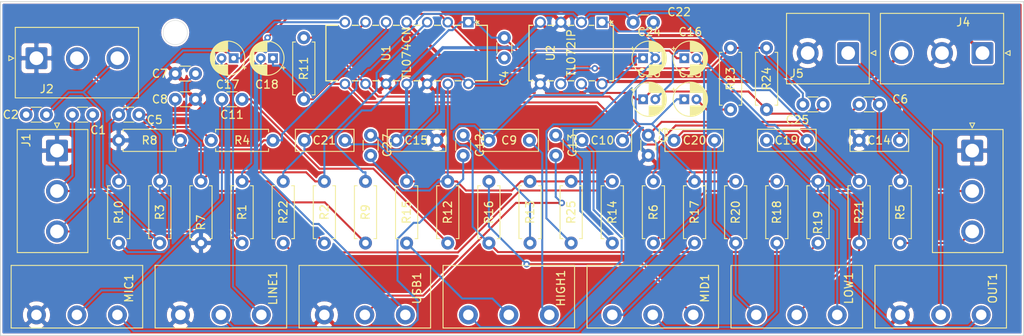
<source format=kicad_pcb>
(kicad_pcb (version 20171130) (host pcbnew "(5.1.2)-2")
  (layers (0 F.Cu signal) (31 B.Cu signal) (34 B.Paste user hide) (35 F.Paste user hide) (36 B.SilkS user hide) (37 F.SilkS user hide) (38 B.Mask user) (39 F.Mask user hide) (44 Edge.Cuts user))
  (net 0 "")
  (net 1 "Net-(C1-Pad2)")
  (net 2 "Net-(C1-Pad1)")
  (net 3 "Net-(C2-Pad2)")
  (net 4 "Net-(C2-Pad1)")
  (net 5 /1IN-)
  (net 6 /1OUT)
  (net 7 /2IN-)
  (net 8 /2OUT)
  (net 9 /3IN-)
  (net 10 /3OUT)
  (net 11 GNDREF)
  (net 12 /1IN+)
  (net 13 /2IN+)
  (net 14 "Net-(C9-Pad2)")
  (net 15 /CIRC2)
  (net 16 /1_out)
  (net 17 "Net-(C10-Pad1)")
  (net 18 "Net-(C11-Pad2)")
  (net 19 "Net-(C11-Pad1)")
  (net 20 "Net-(C12-Pad2)")
  (net 21 "Net-(C12-Pad1)")
  (net 22 "Net-(C13-Pad2)")
  (net 23 "Net-(C13-Pad1)")
  (net 24 +15V)
  (net 25 -15V)
  (net 26 "Net-(C16-Pad2)")
  (net 27 "Net-(C17-Pad2)")
  (net 28 "Net-(C18-Pad2)")
  (net 29 "Net-(C19-Pad2)")
  (net 30 "Net-(C19-Pad1)")
  (net 31 "Net-(C20-Pad2)")
  (net 32 "Net-(C21-Pad2)")
  (net 33 /node_A)
  (net 34 "Net-(C23-Pad2)")
  (net 35 "Net-(C24-Pad2)")
  (net 36 /2_out)
  (net 37 /2_in-)
  (net 38 "Net-(C26-Pad2)")
  (net 39 /4IN-)
  (net 40 "Net-(J3-Pad3)")
  (net 41 "Net-(J3-Pad2)")
  (net 42 "Net-(J5-Pad1)")
  (net 43 "Net-(HIGH1-Pad2)")
  (net 44 "Net-(MID1-Pad1)")
  (net 45 "Net-(MID1-Pad2)")
  (net 46 "Net-(MID1-Pad3)")
  (module Capacitor_THT:CP_Radial_D4.0mm_P1.50mm (layer F.Cu) (at 119.38 121.92)
    (fp_text reference C26 (at 0.75 -3.25) (layer F.SilkS))
    (fp_text value 47uF)
    (pad 2 thru_hole circle (at 1.5 0) (size 1.2 1.2) (drill 0.6) (layers *.Cu *.Mask) (net 38 "Net-(C26-Pad2)"))
    (pad 1 thru_hole rect (at 0 0) (size 1.2 1.2) (drill 0.6) (layers *.Cu *.Mask) (net 36 /2_out))
  )
  (module Capacitor_THT:CP_Radial_D4.0mm_P1.50mm (layer F.Cu) (at 119.38 116.84)
    (fp_text reference C24 (at 0.75 -3.25) (layer F.SilkS))
    (fp_text value 47uF)
    (pad 2 thru_hole circle (at 1.5 0) (size 1.2 1.2) (drill 0.6) (layers *.Cu *.Mask) (net 35 "Net-(C24-Pad2)"))
    (pad 1 thru_hole rect (at 0 0) (size 1.2 1.2) (drill 0.6) (layers *.Cu *.Mask) (net 15 /CIRC2))
  )
  (module Capacitor_THT:CP_Radial_D4.0mm_P1.50mm (layer F.Cu) (at 124.46 121.92)
    (fp_text reference C23 (at 0.75 -3.25) (layer F.SilkS))
    (fp_text value 47uF)
    (pad 2 thru_hole circle (at 1.5 0) (size 1.2 1.2) (drill 0.6) (layers *.Cu *.Mask) (net 34 "Net-(C23-Pad2)"))
    (pad 1 thru_hole rect (at 0 0) (size 1.2 1.2) (drill 0.6) (layers *.Cu *.Mask) (net 16 /1_out))
  )
  (module Capacitor_THT:CP_Radial_D4.0mm_P1.50mm (layer F.Cu) (at 73.66 116.84 180)
    (fp_text reference C18 (at 0.75 -3.25) (layer F.SilkS))
    (fp_text value 47uF)
    (pad 2 thru_hole circle (at 1.5 0 180) (size 1.2 1.2) (drill 0.6) (layers *.Cu *.Mask) (net 28 "Net-(C18-Pad2)"))
    (pad 1 thru_hole rect (at 0 0 180) (size 1.2 1.2) (drill 0.6) (layers *.Cu *.Mask) (net 10 /3OUT))
  )
  (module Capacitor_THT:CP_Radial_D4.0mm_P1.50mm (layer F.Cu) (at 68.81 116.84 180)
    (fp_text reference C17 (at 0.75 -3.25) (layer F.SilkS))
    (fp_text value 47uF)
    (pad 2 thru_hole circle (at 1.5 0 180) (size 1.2 1.2) (drill 0.6) (layers *.Cu *.Mask) (net 27 "Net-(C17-Pad2)"))
    (pad 1 thru_hole rect (at 0 0 180) (size 1.2 1.2) (drill 0.6) (layers *.Cu *.Mask) (net 8 /2OUT))
  )
  (module Capacitor_THT:CP_Radial_D4.0mm_P1.50mm (layer F.Cu) (at 124.46 116.84)
    (fp_text reference C16 (at 0.75 -3.25) (layer F.SilkS))
    (fp_text value 47uF)
    (pad 2 thru_hole circle (at 1.5 0) (size 1.2 1.2) (drill 0.6) (layers *.Cu *.Mask) (net 26 "Net-(C16-Pad2)"))
    (pad 1 thru_hole rect (at 0 0) (size 1.2 1.2) (drill 0.6) (layers *.Cu *.Mask) (net 6 /1OUT))
  )
  (module TL072:Pot (layer F.Cu) (at 151.13 148.59 270)
    (fp_text reference OUT1 (at -3.302 -11.43 90) (layer F.SilkS))
    (fp_text value 10K)
    (pad 1 thru_hole circle (at 0 0 270) (size 2.34 2.34) (drill 1.3) (layers *.Cu *.Mask) (net 11 GNDREF))
    (pad 2 thru_hole circle (at 0 -5 270) (size 2.34 2.34) (drill 1.3) (layers *.Cu *.Mask) (net 42 "Net-(J5-Pad1)"))
    (pad 3 thru_hole circle (at 0 -10 270) (size 2.34 2.34) (drill 1.3) (layers *.Cu *.Mask) (net 38 "Net-(C26-Pad2)"))
  )
  (module TL072:Pot (layer F.Cu) (at 133.35 148.59 270)
    (fp_text reference LOW1 (at -3.302 -11.43 90) (layer F.SilkS))
    (fp_text value 50K)
    (pad 1 thru_hole circle (at 0 0 270) (size 2.34 2.34) (drill 1.3) (layers *.Cu *.Mask) (net 31 "Net-(C20-Pad2)"))
    (pad 2 thru_hole circle (at 0 -5 270) (size 2.34 2.34) (drill 1.3) (layers *.Cu *.Mask) (net 30 "Net-(C19-Pad1)"))
    (pad 3 thru_hole circle (at 0 -10 270) (size 2.34 2.34) (drill 1.3) (layers *.Cu *.Mask) (net 29 "Net-(C19-Pad2)"))
  )
  (module TL072:Pot (layer F.Cu) (at 115.57 148.59 270)
    (fp_text reference MID1 (at -3.302 -11.43 90) (layer F.SilkS))
    (fp_text value 50K)
    (pad 1 thru_hole circle (at 0 0 270) (size 2.34 2.34) (drill 1.3) (layers *.Cu *.Mask) (net 44 "Net-(MID1-Pad1)"))
    (pad 2 thru_hole circle (at 0 -5 270) (size 2.34 2.34) (drill 1.3) (layers *.Cu *.Mask) (net 45 "Net-(MID1-Pad2)"))
    (pad 3 thru_hole circle (at 0 -10 270) (size 2.34 2.34) (drill 1.3) (layers *.Cu *.Mask) (net 46 "Net-(MID1-Pad3)"))
  )
  (module TL072:Pot (layer F.Cu) (at 80.01 148.59 270)
    (fp_text reference USB1 (at -3.302 -11.43 90) (layer F.SilkS))
    (fp_text value 10K)
    (pad 1 thru_hole circle (at 0 0 270) (size 2.34 2.34) (drill 1.3) (layers *.Cu *.Mask) (net 11 GNDREF))
    (pad 2 thru_hole circle (at 0 -5 270) (size 2.34 2.34) (drill 1.3) (layers *.Cu *.Mask) (net 22 "Net-(C13-Pad2)"))
    (pad 3 thru_hole circle (at 0 -10 270) (size 2.34 2.34) (drill 1.3) (layers *.Cu *.Mask) (net 28 "Net-(C18-Pad2)"))
  )
  (module TL072:Pot (layer F.Cu) (at 62.23 148.59 270)
    (fp_text reference LINE1 (at -3.302 -11.43 90) (layer F.SilkS))
    (fp_text value 10K)
    (pad 1 thru_hole circle (at 0 0 270) (size 2.34 2.34) (drill 1.3) (layers *.Cu *.Mask) (net 11 GNDREF))
    (pad 2 thru_hole circle (at 0 -5 270) (size 2.34 2.34) (drill 1.3) (layers *.Cu *.Mask) (net 20 "Net-(C12-Pad2)"))
    (pad 3 thru_hole circle (at 0 -10 270) (size 2.34 2.34) (drill 1.3) (layers *.Cu *.Mask) (net 27 "Net-(C17-Pad2)"))
  )
  (module TL072:Pot (layer F.Cu) (at 44.45 148.59 270)
    (fp_text reference MIC1 (at -3.302 -11.43 90) (layer F.SilkS))
    (fp_text value 10K)
    (pad 1 thru_hole circle (at 0 0 270) (size 2.34 2.34) (drill 1.3) (layers *.Cu *.Mask) (net 11 GNDREF))
    (pad 2 thru_hole circle (at 0 -5 270) (size 2.34 2.34) (drill 1.3) (layers *.Cu *.Mask) (net 18 "Net-(C11-Pad2)"))
    (pad 3 thru_hole circle (at 0 -10 270) (size 2.34 2.34) (drill 1.3) (layers *.Cu *.Mask) (net 26 "Net-(C16-Pad2)"))
  )
  (module TL072:Pot (layer F.Cu) (at 97.79 148.59 270)
    (fp_text reference HIGH1 (at -3.302 -11.43 90) (layer F.SilkS))
    (fp_text value 50K)
    (pad 1 thru_hole circle (at 0 0 270) (size 2.34 2.34) (drill 1.3) (layers *.Cu *.Mask) (net 17 "Net-(C10-Pad1)"))
    (pad 2 thru_hole circle (at 0 -5 270) (size 2.34 2.34) (drill 1.3) (layers *.Cu *.Mask) (net 43 "Net-(HIGH1-Pad2)"))
    (pad 3 thru_hole circle (at 0 -10 270) (size 2.34 2.34) (drill 1.3) (layers *.Cu *.Mask) (net 14 "Net-(C9-Pad2)"))
  )
  (module TL072:TL072IP (layer F.Cu) (at 106.68 120.015 270)
    (fp_text reference U2 (at -3.81 -1.27 90) (layer F.SilkS))
    (fp_text value TL072IP (at -3.81 -3.81 90) (layer F.SilkS))
    (fp_text user * (at -7.62 -9.0678 90) (layer F.SilkS))
    (pad 8 thru_hole circle (at 0 -7.62 270) (size 1.3716 1.3716) (drill 0.8636) (layers *.Cu *.Mask) (net 24 +15V))
    (pad 7 thru_hole circle (at 0 -5.08 270) (size 1.3716 1.3716) (drill 0.8636) (layers *.Cu *.Mask) (net 36 /2_out))
    (pad 6 thru_hole circle (at 0 -2.54 270) (size 1.3716 1.3716) (drill 0.8636) (layers *.Cu *.Mask) (net 37 /2_in-))
    (pad 5 thru_hole circle (at 0 0 270) (size 1.3716 1.3716) (drill 0.8636) (layers *.Cu *.Mask) (net 11 GNDREF))
    (pad 4 thru_hole circle (at -7.62 0 270) (size 1.3716 1.3716) (drill 0.8636) (layers *.Cu *.Mask) (net 25 -15V))
    (pad 3 thru_hole circle (at -7.62 -2.54 270) (size 1.3716 1.3716) (drill 0.8636) (layers *.Cu *.Mask) (net 11 GNDREF))
    (pad 2 thru_hole circle (at -7.62 -5.08 270) (size 1.3716 1.3716) (drill 0.8636) (layers *.Cu *.Mask) (net 32 "Net-(C21-Pad2)"))
    (pad 1 thru_hole rect (at -7.62 -7.62 270) (size 1.3716 1.3716) (drill 0.8636) (layers *.Cu *.Mask) (net 16 /1_out))
  )
  (module TL074:TL074CN (layer F.Cu) (at 82.55 120.015 270)
    (fp_text reference U1 (at -3.81 -5.08 90) (layer F.SilkS))
    (fp_text value TL074CN (at -3.81 -7.62 90) (layer F.SilkS))
    (fp_text user * (at -7.62 -16.6497 90) (layer F.SilkS))
    (pad 14 thru_hole circle (at 0 -15.24 270) (size 1.2954 1.2954) (drill 0.7874) (layers *.Cu *.Mask) (net 35 "Net-(C24-Pad2)"))
    (pad 13 thru_hole circle (at 0 -12.7 270) (size 1.2954 1.2954) (drill 0.7874) (layers *.Cu *.Mask) (net 39 /4IN-))
    (pad 12 thru_hole circle (at 0 -10.16 270) (size 1.2954 1.2954) (drill 0.7874) (layers *.Cu *.Mask) (net 11 GNDREF))
    (pad 11 thru_hole circle (at 0 -7.62 270) (size 1.2954 1.2954) (drill 0.7874) (layers *.Cu *.Mask) (net 25 -15V))
    (pad 10 thru_hole circle (at 0 -5.08 270) (size 1.2954 1.2954) (drill 0.7874) (layers *.Cu *.Mask) (net 11 GNDREF))
    (pad 9 thru_hole circle (at 0 -2.54 270) (size 1.2954 1.2954) (drill 0.7874) (layers *.Cu *.Mask) (net 9 /3IN-))
    (pad 8 thru_hole circle (at 0 0 270) (size 1.2954 1.2954) (drill 0.7874) (layers *.Cu *.Mask) (net 10 /3OUT))
    (pad 7 thru_hole circle (at -7.62 0 270) (size 1.2954 1.2954) (drill 0.7874) (layers *.Cu *.Mask) (net 8 /2OUT))
    (pad 6 thru_hole circle (at -7.62 -2.54 270) (size 1.2954 1.2954) (drill 0.7874) (layers *.Cu *.Mask) (net 7 /2IN-))
    (pad 5 thru_hole circle (at -7.62 -5.08 270) (size 1.2954 1.2954) (drill 0.7874) (layers *.Cu *.Mask) (net 13 /2IN+))
    (pad 4 thru_hole circle (at -7.62 -7.62 270) (size 1.2954 1.2954) (drill 0.7874) (layers *.Cu *.Mask) (net 24 +15V))
    (pad 3 thru_hole circle (at -7.62 -10.16 270) (size 1.2954 1.2954) (drill 0.7874) (layers *.Cu *.Mask) (net 12 /1IN+))
    (pad 2 thru_hole circle (at -7.62 -12.7 270) (size 1.2954 1.2954) (drill 0.7874) (layers *.Cu *.Mask) (net 5 /1IN-))
    (pad 1 thru_hole rect (at -7.62 -15.24 270) (size 1.2954 1.2954) (drill 0.7874) (layers *.Cu *.Mask) (net 6 /1OUT))
  )
  (module Resistor_THT:R_Axial_DIN0207_L6.3mm_D2.5mm_P7.62mm_Horizontal (layer F.Cu) (at 110.49 139.7 90)
    (fp_text reference R25 (at 3.81 0 90) (layer F.SilkS))
    (fp_text value 47K)
    (pad 2 thru_hole oval (at 7.62 0 90) (size 1.6 1.6) (drill 0.8) (layers *.Cu *.Mask) (net 39 /4IN-))
    (pad 1 thru_hole circle (at 0 0 90) (size 1.6 1.6) (drill 0.8) (layers *.Cu *.Mask) (net 35 "Net-(C24-Pad2)"))
  )
  (module Resistor_THT:R_Axial_DIN0207_L6.3mm_D2.5mm_P7.62mm_Horizontal (layer F.Cu) (at 134.62 123.19 90)
    (fp_text reference R24 (at 3.81 0 90) (layer F.SilkS))
    (fp_text value 27K)
    (pad 2 thru_hole oval (at 7.62 0 90) (size 1.6 1.6) (drill 0.8) (layers *.Cu *.Mask) (net 37 /2_in-))
    (pad 1 thru_hole circle (at 0 0 90) (size 1.6 1.6) (drill 0.8) (layers *.Cu *.Mask) (net 36 /2_out))
  )
  (module Resistor_THT:R_Axial_DIN0207_L6.3mm_D2.5mm_P7.62mm_Horizontal (layer F.Cu) (at 130.175 115.57 270)
    (fp_text reference R23 (at 3.81 0 90) (layer F.SilkS))
    (fp_text value 10K)
    (pad 2 thru_hole oval (at 7.62 0 270) (size 1.6 1.6) (drill 0.8) (layers *.Cu *.Mask) (net 34 "Net-(C23-Pad2)"))
    (pad 1 thru_hole circle (at 0 0 270) (size 1.6 1.6) (drill 0.8) (layers *.Cu *.Mask) (net 37 /2_in-))
  )
  (module Resistor_THT:R_Axial_DIN0207_L6.3mm_D2.5mm_P7.62mm_Horizontal (layer F.Cu) (at 74.93 139.7 90)
    (fp_text reference R22 (at 3.81 0 90) (layer F.SilkS))
    (fp_text value 1Meg)
    (pad 2 thru_hole oval (at 7.62 0 90) (size 1.6 1.6) (drill 0.8) (layers *.Cu *.Mask) (net 32 "Net-(C21-Pad2)"))
    (pad 1 thru_hole circle (at 0 0 90) (size 1.6 1.6) (drill 0.8) (layers *.Cu *.Mask) (net 16 /1_out))
  )
  (module Resistor_THT:R_Axial_DIN0207_L6.3mm_D2.5mm_P7.62mm_Horizontal (layer F.Cu) (at 146.05 132.08 270)
    (fp_text reference R21 (at 3.81 0 90) (layer F.SilkS))
    (fp_text value 10K)
    (pad 2 thru_hole oval (at 7.62 0 270) (size 1.6 1.6) (drill 0.8) (layers *.Cu *.Mask) (net 30 "Net-(C19-Pad1)"))
    (pad 1 thru_hole circle (at 0 0 270) (size 1.6 1.6) (drill 0.8) (layers *.Cu *.Mask) (net 32 "Net-(C21-Pad2)"))
  )
  (module Resistor_THT:R_Axial_DIN0207_L6.3mm_D2.5mm_P7.62mm_Horizontal (layer F.Cu) (at 130.81 139.7 90)
    (fp_text reference R20 (at 3.81 0 90) (layer F.SilkS))
    (fp_text value 6K8)
    (pad 2 thru_hole oval (at 7.62 0 90) (size 1.6 1.6) (drill 0.8) (layers *.Cu *.Mask) (net 16 /1_out))
    (pad 1 thru_hole circle (at 0 0 90) (size 1.6 1.6) (drill 0.8) (layers *.Cu *.Mask) (net 31 "Net-(C20-Pad2)"))
  )
  (module Resistor_THT:R_Axial_DIN0207_L6.3mm_D2.5mm_P7.62mm_Horizontal (layer F.Cu) (at 140.97 139.7 90)
    (fp_text reference R19 (at 2.54 0 90) (layer F.SilkS))
    (fp_text value 6K8)
    (pad 2 thru_hole oval (at 7.62 0 90) (size 1.6 1.6) (drill 0.8) (layers *.Cu *.Mask) (net 29 "Net-(C19-Pad2)"))
    (pad 1 thru_hole circle (at 0 0 90) (size 1.6 1.6) (drill 0.8) (layers *.Cu *.Mask) (net 15 /CIRC2))
  )
  (module Resistor_THT:R_Axial_DIN0207_L6.3mm_D2.5mm_P7.62mm_Horizontal (layer F.Cu) (at 135.89 139.7 90)
    (fp_text reference R18 (at 3.81 0 90) (layer F.SilkS))
    (fp_text value 1K3)
    (pad 2 thru_hole oval (at 7.62 0 90) (size 1.6 1.6) (drill 0.8) (layers *.Cu *.Mask) (net 33 /node_A))
    (pad 1 thru_hole circle (at 0 0 90) (size 1.6 1.6) (drill 0.8) (layers *.Cu *.Mask) (net 45 "Net-(MID1-Pad2)"))
  )
  (module Resistor_THT:R_Axial_DIN0207_L6.3mm_D2.5mm_P7.62mm_Horizontal (layer F.Cu) (at 125.73 139.7 90)
    (fp_text reference R17 (at 3.81 0 90) (layer F.SilkS))
    (fp_text value 910)
    (pad 2 thru_hole oval (at 7.62 0 90) (size 1.6 1.6) (drill 0.8) (layers *.Cu *.Mask) (net 16 /1_out))
    (pad 1 thru_hole circle (at 0 0 90) (size 1.6 1.6) (drill 0.8) (layers *.Cu *.Mask) (net 44 "Net-(MID1-Pad1)"))
  )
  (module Resistor_THT:R_Axial_DIN0207_L6.3mm_D2.5mm_P7.62mm_Horizontal (layer F.Cu) (at 100.33 139.7 90)
    (fp_text reference R16 (at 3.81 0 90) (layer F.SilkS))
    (fp_text value 910)
    (pad 2 thru_hole oval (at 7.62 0 90) (size 1.6 1.6) (drill 0.8) (layers *.Cu *.Mask) (net 46 "Net-(MID1-Pad3)"))
    (pad 1 thru_hole circle (at 0 0 90) (size 1.6 1.6) (drill 0.8) (layers *.Cu *.Mask) (net 15 /CIRC2))
  )
  (module Resistor_THT:R_Axial_DIN0207_L6.3mm_D2.5mm_P7.62mm_Horizontal (layer F.Cu) (at 90.17 139.7 90)
    (fp_text reference R15 (at 3.81 0 90) (layer F.SilkS))
    (fp_text value 1K1)
    (pad 2 thru_hole oval (at 7.62 0 90) (size 1.6 1.6) (drill 0.8) (layers *.Cu *.Mask) (net 33 /node_A))
    (pad 1 thru_hole circle (at 0 0 90) (size 1.6 1.6) (drill 0.8) (layers *.Cu *.Mask) (net 43 "Net-(HIGH1-Pad2)"))
  )
  (module Resistor_THT:R_Axial_DIN0207_L6.3mm_D2.5mm_P7.62mm_Horizontal (layer F.Cu) (at 115.57 139.7 90)
    (fp_text reference R14 (at 3.81 0 90) (layer F.SilkS))
    (fp_text value 47K)
    (pad 2 thru_hole oval (at 7.62 0 90) (size 1.6 1.6) (drill 0.8) (layers *.Cu *.Mask) (net 39 /4IN-))
    (pad 1 thru_hole circle (at 0 0 90) (size 1.6 1.6) (drill 0.8) (layers *.Cu *.Mask) (net 23 "Net-(C13-Pad1)"))
  )
  (module Resistor_THT:R_Axial_DIN0207_L6.3mm_D2.5mm_P7.62mm_Horizontal (layer F.Cu) (at 105.41 139.7 90)
    (fp_text reference R13 (at 3.81 0 90) (layer F.SilkS))
    (fp_text value 47K)
    (pad 2 thru_hole oval (at 7.62 0 90) (size 1.6 1.6) (drill 0.8) (layers *.Cu *.Mask) (net 39 /4IN-))
    (pad 1 thru_hole circle (at 0 0 90) (size 1.6 1.6) (drill 0.8) (layers *.Cu *.Mask) (net 21 "Net-(C12-Pad1)"))
  )
  (module Resistor_THT:R_Axial_DIN0207_L6.3mm_D2.5mm_P7.62mm_Horizontal (layer F.Cu) (at 77.47 114.3 270)
    (fp_text reference R11 (at 3.81 0 90) (layer F.SilkS))
    (fp_text value 10K)
    (pad 2 thru_hole oval (at 7.62 0 270) (size 1.6 1.6) (drill 0.8) (layers *.Cu *.Mask) (net 10 /3OUT))
    (pad 1 thru_hole circle (at 0 0 270) (size 1.6 1.6) (drill 0.8) (layers *.Cu *.Mask) (net 9 /3IN-))
  )
  (module Resistor_THT:R_Axial_DIN0207_L6.3mm_D2.5mm_P7.62mm_Horizontal (layer F.Cu) (at 54.61 139.7 90)
    (fp_text reference R10 (at 3.81 0 90) (layer F.SilkS))
    (fp_text value 10K)
    (pad 2 thru_hole oval (at 7.62 0 90) (size 1.6 1.6) (drill 0.8) (layers *.Cu *.Mask) (net 8 /2OUT))
    (pad 1 thru_hole circle (at 0 0 90) (size 1.6 1.6) (drill 0.8) (layers *.Cu *.Mask) (net 7 /2IN-))
  )
  (module Resistor_THT:R_Axial_DIN0207_L6.3mm_D2.5mm_P7.62mm_Horizontal (layer F.Cu) (at 85.09 139.7 90)
    (fp_text reference R9 (at 3.81 0 90) (layer F.SilkS))
    (fp_text value 100K)
    (pad 2 thru_hole oval (at 7.62 0 90) (size 1.6 1.6) (drill 0.8) (layers *.Cu *.Mask) (net 6 /1OUT))
    (pad 1 thru_hole circle (at 0 0 90) (size 1.6 1.6) (drill 0.8) (layers *.Cu *.Mask) (net 5 /1IN-))
  )
  (module Resistor_THT:R_Axial_DIN0207_L6.3mm_D2.5mm_P7.62mm_Horizontal (layer F.Cu) (at 62.23 127 180)
    (fp_text reference R8 (at 3.81 0) (layer F.SilkS))
    (fp_text value 10K)
    (pad 2 thru_hole oval (at 7.62 0 180) (size 1.6 1.6) (drill 0.8) (layers *.Cu *.Mask) (net 11 GNDREF))
    (pad 1 thru_hole circle (at 0 0 180) (size 1.6 1.6) (drill 0.8) (layers *.Cu *.Mask) (net 13 /2IN+))
  )
  (module Resistor_THT:R_Axial_DIN0207_L6.3mm_D2.5mm_P7.62mm_Horizontal (layer F.Cu) (at 64.77 132.08 270)
    (fp_text reference R7 (at 5.08 0 90) (layer F.SilkS))
    (fp_text value 100K)
    (pad 2 thru_hole oval (at 7.62 0 270) (size 1.6 1.6) (drill 0.8) (layers *.Cu *.Mask) (net 11 GNDREF))
    (pad 1 thru_hole circle (at 0 0 270) (size 1.6 1.6) (drill 0.8) (layers *.Cu *.Mask) (net 12 /1IN+))
  )
  (module Resistor_THT:R_Axial_DIN0207_L6.3mm_D2.5mm_P7.62mm_Horizontal (layer F.Cu) (at 120.65 139.7 90)
    (fp_text reference R6 (at 3.81 0 90) (layer F.SilkS))
    (fp_text value 10K)
    (pad 2 thru_hole oval (at 7.62 0 90) (size 1.6 1.6) (drill 0.8) (layers *.Cu *.Mask) (net 9 /3IN-))
    (pad 1 thru_hole circle (at 0 0 90) (size 1.6 1.6) (drill 0.8) (layers *.Cu *.Mask) (net 41 "Net-(J3-Pad2)"))
  )
  (module Resistor_THT:R_Axial_DIN0207_L6.3mm_D2.5mm_P7.62mm_Horizontal (layer F.Cu) (at 151.13 139.7 90)
    (fp_text reference R5 (at 3.81 0 90) (layer F.SilkS))
    (fp_text value 10K)
    (pad 2 thru_hole oval (at 7.62 0 90) (size 1.6 1.6) (drill 0.8) (layers *.Cu *.Mask) (net 9 /3IN-))
    (pad 1 thru_hole circle (at 0 0 90) (size 1.6 1.6) (drill 0.8) (layers *.Cu *.Mask) (net 40 "Net-(J3-Pad3)"))
  )
  (module Resistor_THT:R_Axial_DIN0207_L6.3mm_D2.5mm_P7.62mm_Horizontal (layer F.Cu) (at 66.04 127)
    (fp_text reference R4 (at 3.81 0) (layer F.SilkS))
    (fp_text value 10K)
    (pad 2 thru_hole oval (at 7.62 0) (size 1.6 1.6) (drill 0.8) (layers *.Cu *.Mask) (net 13 /2IN+))
    (pad 1 thru_hole circle (at 0 0) (size 1.6 1.6) (drill 0.8) (layers *.Cu *.Mask) (net 3 "Net-(C2-Pad2)"))
  )
  (module Resistor_THT:R_Axial_DIN0207_L6.3mm_D2.5mm_P7.62mm_Horizontal (layer F.Cu) (at 59.69 139.7 90)
    (fp_text reference R3 (at 3.81 0 90) (layer F.SilkS))
    (fp_text value 10K)
    (pad 2 thru_hole oval (at 7.62 0 90) (size 1.6 1.6) (drill 0.8) (layers *.Cu *.Mask) (net 7 /2IN-))
    (pad 1 thru_hole circle (at 0 0 90) (size 1.6 1.6) (drill 0.8) (layers *.Cu *.Mask) (net 4 "Net-(C2-Pad1)"))
  )
  (module Resistor_THT:R_Axial_DIN0207_L6.3mm_D2.5mm_P7.62mm_Horizontal (layer F.Cu) (at 80.01 139.7 90)
    (fp_text reference R2 (at 3.81 0 90) (layer F.SilkS))
    (fp_text value 3K3)
    (pad 2 thru_hole oval (at 7.62 0 90) (size 1.6 1.6) (drill 0.8) (layers *.Cu *.Mask) (net 12 /1IN+))
    (pad 1 thru_hole circle (at 0 0 90) (size 1.6 1.6) (drill 0.8) (layers *.Cu *.Mask) (net 1 "Net-(C1-Pad2)"))
  )
  (module Resistor_THT:R_Axial_DIN0207_L6.3mm_D2.5mm_P7.62mm_Horizontal (layer F.Cu) (at 69.85 139.7 90)
    (fp_text reference R1 (at 3.81 0 90) (layer F.SilkS))
    (fp_text value 3K3)
    (pad 2 thru_hole oval (at 7.62 0 90) (size 1.6 1.6) (drill 0.8) (layers *.Cu *.Mask) (net 5 /1IN-))
    (pad 1 thru_hole circle (at 0 0 90) (size 1.6 1.6) (drill 0.8) (layers *.Cu *.Mask) (net 2 "Net-(C1-Pad1)"))
  )
  (module Connector_JST:JST_NV_B02P-NV_1x02_P5.00mm_Vertical (layer F.Cu) (at 144.7 116.205 180)
    (fp_text reference J5 (at 6.35 -2.54) (layer F.SilkS))
    (fp_text value OUT)
    (pad 2 thru_hole circle (at 5 0 180) (size 2.7 2.7) (drill 1.7) (layers *.Cu *.Mask) (net 11 GNDREF))
    (pad 1 thru_hole roundrect (at 0 0 180) (size 2.7 2.7) (drill 1.7) (layers *.Cu *.Mask) (roundrect_rratio 0.09259299999999999) (net 42 "Net-(J5-Pad1)"))
  )
  (module Connector_JST:JST_NV_B03P-NV_1x03_P5.00mm_Vertical (layer F.Cu) (at 161.29 116.205 180)
    (fp_text reference J4 (at 2.38 3.81) (layer F.SilkS))
    (fp_text value Alimentação)
    (pad 3 thru_hole circle (at 10 0 180) (size 2.7 2.7) (drill 1.7) (layers *.Cu *.Mask) (net 24 +15V))
    (pad 2 thru_hole circle (at 5 0 180) (size 2.7 2.7) (drill 1.7) (layers *.Cu *.Mask) (net 11 GNDREF))
    (pad 1 thru_hole roundrect (at 0 0 180) (size 2.7 2.7) (drill 1.7) (layers *.Cu *.Mask) (roundrect_rratio 0.09259299999999999) (net 25 -15V))
  )
  (module Connector_JST:JST_NV_B03P-NV_1x03_P5.00mm_Vertical (layer F.Cu) (at 160.02 128.27 270)
    (fp_text reference J3 hide)
    (fp_text value USB)
    (pad 3 thru_hole circle (at 10 0 270) (size 2.7 2.7) (drill 1.7) (layers *.Cu *.Mask) (net 40 "Net-(J3-Pad3)"))
    (pad 2 thru_hole circle (at 5 0 270) (size 2.7 2.7) (drill 1.7) (layers *.Cu *.Mask) (net 41 "Net-(J3-Pad2)"))
    (pad 1 thru_hole roundrect (at 0 0 270) (size 2.7 2.7) (drill 1.7) (layers *.Cu *.Mask) (roundrect_rratio 0.09259299999999999) (net 11 GNDREF))
  )
  (module Connector_JST:JST_NV_B03P-NV_1x03_P5.00mm_Vertical (layer F.Cu) (at 44.45 116.84)
    (fp_text reference J2 (at 1.27 3.81) (layer F.SilkS))
    (fp_text value LINE)
    (pad 3 thru_hole circle (at 10 0) (size 2.7 2.7) (drill 1.7) (layers *.Cu *.Mask) (net 4 "Net-(C2-Pad1)"))
    (pad 2 thru_hole circle (at 5 0) (size 2.7 2.7) (drill 1.7) (layers *.Cu *.Mask) (net 3 "Net-(C2-Pad2)"))
    (pad 1 thru_hole roundrect (at 0 0) (size 2.7 2.7) (drill 1.7) (layers *.Cu *.Mask) (roundrect_rratio 0.09259299999999999) (net 11 GNDREF))
  )
  (module Connector_JST:JST_NV_B03P-NV_1x03_P5.00mm_Vertical (layer F.Cu) (at 46.99 128.27 270)
    (fp_text reference J1 (at -1.27 3.81 90) (layer F.SilkS))
    (fp_text value MIC)
    (pad 3 thru_hole circle (at 10 0 270) (size 2.7 2.7) (drill 1.7) (layers *.Cu *.Mask) (net 2 "Net-(C1-Pad1)"))
    (pad 2 thru_hole circle (at 5 0 270) (size 2.7 2.7) (drill 1.7) (layers *.Cu *.Mask) (net 1 "Net-(C1-Pad2)"))
    (pad 1 thru_hole roundrect (at 0 0 270) (size 2.7 2.7) (drill 1.7) (layers *.Cu *.Mask) (roundrect_rratio 0.09259299999999999) (net 11 GNDREF))
  )
  (module Capacitor_THT:C_Disc_D3.0mm_W1.6mm_P2.50mm (layer F.Cu) (at 85.725 126.365 270)
    (fp_text reference C27 (at 1.25 -2.05 90) (layer F.SilkS))
    (fp_text value 10pF)
    (pad 2 thru_hole circle (at 2.5 0 270) (size 1.6 1.6) (drill 0.8) (layers *.Cu *.Mask) (net 39 /4IN-))
    (pad 1 thru_hole circle (at 0 0 270) (size 1.6 1.6) (drill 0.8) (layers *.Cu *.Mask) (net 35 "Net-(C24-Pad2)"))
  )
  (module Capacitor_THT:C_Disc_D3.0mm_W1.6mm_P2.50mm (layer F.Cu) (at 139.105 122.555)
    (fp_text reference C25 (at -0.675 1.905) (layer F.SilkS))
    (fp_text value 20pF)
    (pad 2 thru_hole circle (at 2.5 0) (size 1.6 1.6) (drill 0.8) (layers *.Cu *.Mask) (net 36 /2_out))
    (pad 1 thru_hole circle (at 0 0) (size 1.6 1.6) (drill 0.8) (layers *.Cu *.Mask) (net 37 /2_in-))
  )
  (module Capacitor_THT:C_Disc_D3.0mm_W1.6mm_P2.50mm (layer F.Cu) (at 118.15 112.395)
    (fp_text reference C22 (at 5.675 -1.27) (layer F.SilkS))
    (fp_text value 20pF)
    (pad 2 thru_hole circle (at 2.5 0) (size 1.6 1.6) (drill 0.8) (layers *.Cu *.Mask) (net 16 /1_out))
    (pad 1 thru_hole circle (at 0 0) (size 1.6 1.6) (drill 0.8) (layers *.Cu *.Mask) (net 32 "Net-(C21-Pad2)"))
  )
  (module Capacitor_THT:C_Disc_D7.0mm_W2.5mm_P5.00mm (layer F.Cu) (at 82.55 127 180)
    (fp_text reference C21 (at 2.54 0) (layer F.SilkS))
    (fp_text value 12nF)
    (pad 2 thru_hole circle (at 5 0 180) (size 1.6 1.6) (drill 0.8) (layers *.Cu *.Mask) (net 32 "Net-(C21-Pad2)"))
    (pad 1 thru_hole circle (at 0 0 180) (size 1.6 1.6) (drill 0.8) (layers *.Cu *.Mask) (net 33 /node_A))
  )
  (module Capacitor_THT:C_Disc_D7.0mm_W2.5mm_P5.00mm (layer F.Cu) (at 123.19 127)
    (fp_text reference C20 (at 2.54 0) (layer F.SilkS))
    (fp_text value 33nF)
    (pad 2 thru_hole circle (at 5 0) (size 1.6 1.6) (drill 0.8) (layers *.Cu *.Mask) (net 31 "Net-(C20-Pad2)"))
    (pad 1 thru_hole circle (at 0 0) (size 1.6 1.6) (drill 0.8) (layers *.Cu *.Mask) (net 30 "Net-(C19-Pad1)"))
  )
  (module Capacitor_THT:C_Disc_D7.0mm_W2.5mm_P5.00mm (layer F.Cu) (at 139.62 127 180)
    (fp_text reference C19 (at 2.54 0) (layer F.SilkS))
    (fp_text value 33nF)
    (pad 2 thru_hole circle (at 5 0 180) (size 1.6 1.6) (drill 0.8) (layers *.Cu *.Mask) (net 29 "Net-(C19-Pad2)"))
    (pad 1 thru_hole circle (at 0 0 180) (size 1.6 1.6) (drill 0.8) (layers *.Cu *.Mask) (net 30 "Net-(C19-Pad1)"))
  )
  (module Capacitor_THT:C_Disc_D7.0mm_W2.5mm_P5.00mm (layer F.Cu) (at 93.9 127 180)
    (fp_text reference C15 (at 2.54 0) (layer F.SilkS))
    (fp_text value 100nF)
    (pad 2 thru_hole circle (at 5 0 180) (size 1.6 1.6) (drill 0.8) (layers *.Cu *.Mask) (net 25 -15V))
    (pad 1 thru_hole circle (at 0 0 180) (size 1.6 1.6) (drill 0.8) (layers *.Cu *.Mask) (net 11 GNDREF))
  )
  (module Capacitor_THT:C_Disc_D7.0mm_W2.5mm_P5.00mm (layer F.Cu) (at 151.05 127 180)
    (fp_text reference C14 (at 2.54 0) (layer F.SilkS))
    (fp_text value 100nF)
    (pad 2 thru_hole circle (at 5 0 180) (size 1.6 1.6) (drill 0.8) (layers *.Cu *.Mask) (net 11 GNDREF))
    (pad 1 thru_hole circle (at 0 0 180) (size 1.6 1.6) (drill 0.8) (layers *.Cu *.Mask) (net 24 +15V))
  )
  (module Capacitor_THT:C_Disc_D3.0mm_W1.6mm_P2.50mm (layer F.Cu) (at 108.585 126.365 270)
    (fp_text reference C13 (at 1.25 -2.05 90) (layer F.SilkS))
    (fp_text value 1uF)
    (pad 2 thru_hole circle (at 2.5 0 270) (size 1.6 1.6) (drill 0.8) (layers *.Cu *.Mask) (net 22 "Net-(C13-Pad2)"))
    (pad 1 thru_hole circle (at 0 0 270) (size 1.6 1.6) (drill 0.8) (layers *.Cu *.Mask) (net 23 "Net-(C13-Pad1)"))
  )
  (module Capacitor_THT:C_Disc_D3.0mm_W1.6mm_P2.50mm (layer F.Cu) (at 97.155 126.365 270)
    (fp_text reference C12 (at 1.25 -2.05 90) (layer F.SilkS))
    (fp_text value 1uF)
    (pad 2 thru_hole circle (at 2.5 0 270) (size 1.6 1.6) (drill 0.8) (layers *.Cu *.Mask) (net 20 "Net-(C12-Pad2)"))
    (pad 1 thru_hole circle (at 0 0 270) (size 1.6 1.6) (drill 0.8) (layers *.Cu *.Mask) (net 21 "Net-(C12-Pad1)"))
  )
  (module Capacitor_THT:C_Disc_D3.0mm_W1.6mm_P2.50mm (layer F.Cu) (at 69.85 121.92 180)
    (fp_text reference C11 (at 1.25 -1.905) (layer F.SilkS))
    (fp_text value 1uF)
    (pad 2 thru_hole circle (at 2.5 0 180) (size 1.6 1.6) (drill 0.8) (layers *.Cu *.Mask) (net 18 "Net-(C11-Pad2)"))
    (pad 1 thru_hole circle (at 0 0 180) (size 1.6 1.6) (drill 0.8) (layers *.Cu *.Mask) (net 19 "Net-(C11-Pad1)"))
  )
  (module Capacitor_THT:C_Disc_D7.0mm_W2.5mm_P5.00mm (layer F.Cu) (at 111.84 127)
    (fp_text reference C10 (at 2.5 0) (layer F.SilkS))
    (fp_text value 18mF)
    (pad 2 thru_hole circle (at 5 0) (size 1.6 1.6) (drill 0.8) (layers *.Cu *.Mask) (net 16 /1_out))
    (pad 1 thru_hole circle (at 0 0) (size 1.6 1.6) (drill 0.8) (layers *.Cu *.Mask) (net 17 "Net-(C10-Pad1)"))
  )
  (module Capacitor_THT:C_Disc_D7.0mm_W2.5mm_P5.00mm (layer F.Cu) (at 100.33 127)
    (fp_text reference C9 (at 2.5 0) (layer F.SilkS))
    (fp_text value 18mF)
    (pad 2 thru_hole circle (at 5 0) (size 1.6 1.6) (drill 0.8) (layers *.Cu *.Mask) (net 14 "Net-(C9-Pad2)"))
    (pad 1 thru_hole circle (at 0 0) (size 1.6 1.6) (drill 0.8) (layers *.Cu *.Mask) (net 15 /CIRC2))
  )
  (module Capacitor_THT:C_Disc_D3.0mm_W1.6mm_P2.50mm (layer F.Cu) (at 61.595 121.92)
    (fp_text reference C8 (at -1.905 0) (layer F.SilkS))
    (fp_text value 10pF)
    (pad 2 thru_hole circle (at 2.5 0) (size 1.6 1.6) (drill 0.8) (layers *.Cu *.Mask) (net 11 GNDREF))
    (pad 1 thru_hole circle (at 0 0) (size 1.6 1.6) (drill 0.8) (layers *.Cu *.Mask) (net 13 /2IN+))
  )
  (module Capacitor_THT:C_Disc_D3.0mm_W1.6mm_P2.50mm (layer F.Cu) (at 64.095 118.745 180)
    (fp_text reference C7 (at 4.405 0) (layer F.SilkS))
    (fp_text value 10pF)
    (pad 2 thru_hole circle (at 2.5 0 180) (size 1.6 1.6) (drill 0.8) (layers *.Cu *.Mask) (net 11 GNDREF))
    (pad 1 thru_hole circle (at 0 0 180) (size 1.6 1.6) (drill 0.8) (layers *.Cu *.Mask) (net 12 /1IN+))
  )
  (module Capacitor_THT:C_Disc_D3.0mm_W1.6mm_P2.50mm (layer F.Cu) (at 146.05 122.555)
    (fp_text reference C6 (at 5.08 -0.635) (layer F.SilkS))
    (fp_text value 10pF)
    (pad 2 thru_hole circle (at 2.5 0) (size 1.6 1.6) (drill 0.8) (layers *.Cu *.Mask) (net 9 /3IN-))
    (pad 1 thru_hole circle (at 0 0) (size 1.6 1.6) (drill 0.8) (layers *.Cu *.Mask) (net 10 /3OUT))
  )
  (module Capacitor_THT:C_Disc_D3.0mm_W1.6mm_P2.50mm (layer F.Cu) (at 54.61 123.825)
    (fp_text reference C5 (at 4.445 0.635) (layer F.SilkS))
    (fp_text value 10pF)
    (pad 2 thru_hole circle (at 2.5 0) (size 1.6 1.6) (drill 0.8) (layers *.Cu *.Mask) (net 7 /2IN-))
    (pad 1 thru_hole circle (at 0 0) (size 1.6 1.6) (drill 0.8) (layers *.Cu *.Mask) (net 8 /2OUT))
  )
  (module Capacitor_THT:C_Disc_D3.0mm_W1.6mm_P2.50mm (layer F.Cu) (at 102.235 114.3 270)
    (fp_text reference C4 (at 5.04 0 90) (layer F.SilkS))
    (fp_text value 10pF)
    (pad 2 thru_hole circle (at 2.5 0 270) (size 1.6 1.6) (drill 0.8) (layers *.Cu *.Mask) (net 5 /1IN-))
    (pad 1 thru_hole circle (at 0 0 270) (size 1.6 1.6) (drill 0.8) (layers *.Cu *.Mask) (net 6 /1OUT))
  )
  (module Capacitor_THT:C_Disc_D3.0mm_W1.6mm_P2.50mm (layer F.Cu) (at 120.015 126.365 270)
    (fp_text reference C3 (at -0.04 -1.905 90) (layer F.SilkS))
    (fp_text value 10pF)
    (pad 2 thru_hole circle (at 2.5 0 270) (size 1.6 1.6) (drill 0.8) (layers *.Cu *.Mask) (net 11 GNDREF))
    (pad 1 thru_hole circle (at 0 0 270) (size 1.6 1.6) (drill 0.8) (layers *.Cu *.Mask) (net 9 /3IN-))
  )
  (module Capacitor_THT:C_Disc_D3.0mm_W1.6mm_P2.50mm (layer F.Cu) (at 45.68 123.825 180)
    (fp_text reference C2 (at 4.405 0) (layer F.SilkS))
    (fp_text value 680pF)
    (pad 2 thru_hole circle (at 2.5 0 180) (size 1.6 1.6) (drill 0.8) (layers *.Cu *.Mask) (net 3 "Net-(C2-Pad2)"))
    (pad 1 thru_hole circle (at 0 0 180) (size 1.6 1.6) (drill 0.8) (layers *.Cu *.Mask) (net 4 "Net-(C2-Pad1)"))
  )
  (module Capacitor_THT:C_Disc_D3.0mm_W1.6mm_P2.50mm (layer F.Cu) (at 51.395 123.825 180)
    (fp_text reference C1 (at -0.675 -1.905) (layer F.SilkS))
    (fp_text value 680pF)
    (pad 2 thru_hole circle (at 2.5 0 180) (size 1.6 1.6) (drill 0.8) (layers *.Cu *.Mask) (net 1 "Net-(C1-Pad2)"))
    (pad 1 thru_hole circle (at 0 0 180) (size 1.6 1.6) (drill 0.8) (layers *.Cu *.Mask) (net 2 "Net-(C1-Pad1)"))
  )
  (module Resistor_THT:R_Axial_DIN0207_L6.3mm_D2.5mm_P7.62mm_Horizontal (layer F.Cu) (at 95.25 139.7 90)
    (fp_text reference R12 (at 3.81 0 90) (layer F.SilkS))
    (fp_text value 47K)
    (pad 1 thru_hole circle (at 0 0 90) (size 1.6 1.6) (drill 0.8) (layers *.Cu *.Mask) (net 19 "Net-(C11-Pad1)"))
    (pad 2 thru_hole oval (at 7.62 0 90) (size 1.6 1.6) (drill 0.8) (layers *.Cu *.Mask) (net 39 /4IN-))
  )
  (dimension 41.275 (width 0.12) (layer B.SilkS) (gr_text "41.275 mm" (at 172.72 130.4925 270) (layer B.SilkS) (effects (font (size 1 1) (thickness 0.15)))) (feature1 (pts (xy 166.37 151.13) (xy 172.036421 151.13))) (feature2 (pts (xy 166.37 109.855) (xy 172.036421 109.855))) (crossbar (pts (xy 171.45 109.855) (xy 171.45 151.13))) (arrow1a (pts (xy 171.45 151.13) (xy 170.863579 150.003496))) (arrow1b (pts (xy 171.45 151.13) (xy 172.036421 150.003496))) (arrow2a (pts (xy 171.45 109.855) (xy 170.863579 110.981504))) (arrow2b (pts (xy 171.45 109.855) (xy 172.036421 110.981504))))
  (dimension 126.37 (width 0.12) (layer B.SilkS) (gr_text "126.370 mm" (at 103.185 160.02) (layer B.SilkS) (effects (font (size 1 1) (thickness 0.15)))) (feature1 (pts (xy 166.37 151.13) (xy 166.37 159.336421))) (feature2 (pts (xy 40 151.13) (xy 40 159.336421))) (crossbar (pts (xy 40 158.75) (xy 166.37 158.75))) (arrow1a (pts (xy 166.37 158.75) (xy 165.243496 159.336421))) (arrow1b (pts (xy 166.37 158.75) (xy 165.243496 158.163579))) (arrow2a (pts (xy 40 158.75) (xy 41.126504 159.336421))) (arrow2b (pts (xy 40 158.75) (xy 41.126504 158.163579))))
  (gr_circle (center 61.595 113.665) (end 63.095 113.665) (layer Edge.Cuts) (width 0.05))
  (gr_line (start 40.005 109.855) (end 40 151.13) (layer Edge.Cuts) (width 0.1))
  (gr_line (start 166.37 109.855) (end 40 109.855) (layer Edge.Cuts) (width 0.1))
  (gr_line (start 166.37 151.13) (end 166.37 109.855) (layer Edge.Cuts) (width 0.1))
  (gr_line (start 40 151.13) (end 166.37 151.13) (layer Edge.Cuts) (width 0.1))
  (segment (start 46.99 133.27) (end 73.58 133.27) (width 0.25) (layer F.Cu) (net 1))
  (segment (start 73.58 133.27) (end 80.01 139.7) (width 0.25) (layer F.Cu) (net 1))
  (segment (start 48.895 123.825) (end 48.895 131.365) (width 0.25) (layer B.Cu) (net 1))
  (segment (start 48.895 131.365) (end 46.99 133.27) (width 0.25) (layer B.Cu) (net 1))
  (segment (start 51.395 123.825) (end 51.395 133.865) (width 0.25) (layer B.Cu) (net 2))
  (segment (start 51.395 133.865) (end 46.99 138.27) (width 0.25) (layer B.Cu) (net 2))
  (segment (start 46.99 138.27) (end 68.42 138.27) (width 0.25) (layer F.Cu) (net 2))
  (segment (start 68.42 138.27) (end 69.85 139.7) (width 0.25) (layer F.Cu) (net 2))
  (segment (start 49.45 118.318) (end 50.7143 118.318) (width 0.25) (layer F.Cu) (net 3))
  (segment (start 50.7143 118.318) (end 55.86 123.4637) (width 0.25) (layer F.Cu) (net 3))
  (segment (start 55.86 123.4637) (end 55.86 124.207) (width 0.25) (layer F.Cu) (net 3))
  (segment (start 55.86 124.207) (end 56.9916 125.3386) (width 0.25) (layer F.Cu) (net 3))
  (segment (start 56.9916 125.3386) (end 64.3786 125.3386) (width 0.25) (layer F.Cu) (net 3))
  (segment (start 64.3786 125.3386) (end 66.04 127) (width 0.25) (layer F.Cu) (net 3))
  (segment (start 43.18 123.825) (end 48.687 118.318) (width 0.25) (layer F.Cu) (net 3))
  (segment (start 48.687 118.318) (end 49.45 118.318) (width 0.25) (layer F.Cu) (net 3))
  (segment (start 49.45 118.318) (end 49.45 116.84) (width 0.25) (layer F.Cu) (net 3))
  (segment (start 50.2258 121.0642) (end 52.6731 123.5115) (width 0.25) (layer B.Cu) (net 4))
  (segment (start 52.6731 123.5115) (end 52.6731 132.6831) (width 0.25) (layer B.Cu) (net 4))
  (segment (start 52.6731 132.6831) (end 59.69 139.7) (width 0.25) (layer B.Cu) (net 4))
  (segment (start 45.68 123.825) (end 48.4408 121.0642) (width 0.25) (layer B.Cu) (net 4))
  (segment (start 48.4408 121.0642) (end 50.2258 121.0642) (width 0.25) (layer B.Cu) (net 4))
  (segment (start 50.2258 121.0642) (end 54.45 116.84) (width 0.25) (layer B.Cu) (net 4))
  (segment (start 69.85 132.08) (end 69.85 130.9547) (width 0.25) (layer B.Cu) (net 5))
  (segment (start 72.9932 114.3064) (end 70.9753 116.3243) (width 0.25) (layer B.Cu) (net 5))
  (segment (start 70.9753 116.3243) (end 70.9753 129.8294) (width 0.25) (layer B.Cu) (net 5))
  (segment (start 70.9753 129.8294) (end 69.85 130.9547) (width 0.25) (layer B.Cu) (net 5))
  (segment (start 95.25 112.395) (end 94.2171 111.3621) (width 0.25) (layer F.Cu) (net 5))
  (segment (start 94.2171 111.3621) (end 75.9375 111.3621) (width 0.25) (layer F.Cu) (net 5))
  (segment (start 75.9375 111.3621) (end 72.9932 114.3064) (width 0.25) (layer F.Cu) (net 5))
  (segment (start 102.235 116.8) (end 99.655 116.8) (width 0.25) (layer F.Cu) (net 5))
  (segment (start 99.655 116.8) (end 95.25 112.395) (width 0.25) (layer F.Cu) (net 5))
  (segment (start 85.09 139.7) (end 80.064 134.674) (width 0.25) (layer F.Cu) (net 5))
  (segment (start 80.064 134.674) (end 75.6851 134.674) (width 0.25) (layer F.Cu) (net 5))
  (segment (start 75.6851 134.674) (end 73.0911 132.08) (width 0.25) (layer F.Cu) (net 5))
  (segment (start 73.0911 132.08) (end 69.85 132.08) (width 0.25) (layer F.Cu) (net 5))
  (via (at 72.9932 114.3064) (size 0.8) (layers F.Cu B.Cu) (net 5))
  (segment (start 97.79 112.395) (end 98.763 112.395) (width 0.25) (layer B.Cu) (net 6))
  (segment (start 102.235 114.3) (end 100.668 114.3) (width 0.25) (layer B.Cu) (net 6))
  (segment (start 100.668 114.3) (end 98.763 112.395) (width 0.25) (layer B.Cu) (net 6))
  (segment (start 85.09 132.08) (end 85.09 130.9547) (width 0.25) (layer B.Cu) (net 6))
  (segment (start 97.79 112.395) (end 96.817 112.395) (width 0.25) (layer B.Cu) (net 6))
  (segment (start 96.817 112.395) (end 95.844 113.368) (width 0.25) (layer B.Cu) (net 6))
  (segment (start 95.844 113.368) (end 95.3813 113.368) (width 0.25) (layer B.Cu) (net 6))
  (segment (start 95.3813 113.368) (end 89.0594 119.6899) (width 0.25) (layer B.Cu) (net 6))
  (segment (start 89.0594 119.6899) (end 89.0594 120.03) (width 0.25) (layer B.Cu) (net 6))
  (segment (start 89.0594 120.03) (end 85.781 123.3084) (width 0.25) (layer B.Cu) (net 6))
  (segment (start 85.781 123.3084) (end 84.6287 123.3084) (width 0.25) (layer B.Cu) (net 6))
  (segment (start 84.6287 123.3084) (end 81.4158 126.5213) (width 0.25) (layer B.Cu) (net 6))
  (segment (start 81.4158 126.5213) (end 81.4158 127.5618) (width 0.25) (layer B.Cu) (net 6))
  (segment (start 81.4158 127.5618) (end 84.8087 130.9547) (width 0.25) (layer B.Cu) (net 6))
  (segment (start 84.8087 130.9547) (end 85.09 130.9547) (width 0.25) (layer B.Cu) (net 6))
  (segment (start 123.5347 116.84) (end 122.6094 115.9147) (width 0.25) (layer F.Cu) (net 6))
  (segment (start 122.6094 115.9147) (end 103.8497 115.9147) (width 0.25) (layer F.Cu) (net 6))
  (segment (start 103.8497 115.9147) (end 102.235 114.3) (width 0.25) (layer F.Cu) (net 6))
  (segment (start 124.46 116.84) (end 123.5347 116.84) (width 0.25) (layer F.Cu) (net 6))
  (segment (start 57.11 123.825) (end 63.8339 123.825) (width 0.25) (layer F.Cu) (net 7))
  (segment (start 63.8339 123.825) (end 72.6272 115.0317) (width 0.25) (layer F.Cu) (net 7))
  (segment (start 72.6272 115.0317) (end 73.2937 115.0317) (width 0.25) (layer F.Cu) (net 7))
  (segment (start 73.2937 115.0317) (end 75.1603 113.1651) (width 0.25) (layer F.Cu) (net 7))
  (segment (start 75.1603 113.1651) (end 80.7203 113.1651) (width 0.25) (layer F.Cu) (net 7))
  (segment (start 80.7203 113.1651) (end 80.9487 113.3935) (width 0.25) (layer F.Cu) (net 7))
  (segment (start 80.9487 113.3935) (end 84.0915 113.3935) (width 0.25) (layer F.Cu) (net 7))
  (segment (start 84.0915 113.3935) (end 85.09 112.395) (width 0.25) (layer F.Cu) (net 7))
  (segment (start 57.11 123.825) (end 59.69 126.405) (width 0.25) (layer B.Cu) (net 7))
  (segment (start 59.69 126.405) (end 59.69 132.08) (width 0.25) (layer B.Cu) (net 7))
  (segment (start 59.69 132.08) (end 59.69 133.2053) (width 0.25) (layer B.Cu) (net 7))
  (segment (start 59.69 133.2053) (end 60.8155 134.3308) (width 0.25) (layer B.Cu) (net 7))
  (segment (start 60.8155 134.3308) (end 60.8155 140.1927) (width 0.25) (layer B.Cu) (net 7))
  (segment (start 60.8155 140.1927) (end 60.1828 140.8254) (width 0.25) (layer B.Cu) (net 7))
  (segment (start 60.1828 140.8254) (end 55.7354 140.8254) (width 0.25) (layer B.Cu) (net 7))
  (segment (start 55.7354 140.8254) (end 54.61 139.7) (width 0.25) (layer B.Cu) (net 7))
  (segment (start 82.55 112.395) (end 73.8789 112.395) (width 0.25) (layer B.Cu) (net 8))
  (segment (start 73.8789 112.395) (end 69.7353 116.5386) (width 0.25) (layer B.Cu) (net 8))
  (segment (start 69.7353 116.5386) (end 69.7353 116.84) (width 0.25) (layer B.Cu) (net 8))
  (segment (start 54.61 123.825) (end 62.5445 115.8905) (width 0.25) (layer B.Cu) (net 8))
  (segment (start 62.5445 115.8905) (end 67.8605 115.8905) (width 0.25) (layer B.Cu) (net 8))
  (segment (start 67.8605 115.8905) (end 68.81 116.84) (width 0.25) (layer B.Cu) (net 8))
  (segment (start 54.61 130.9547) (end 53.4847 129.8294) (width 0.25) (layer B.Cu) (net 8))
  (segment (start 53.4847 129.8294) (end 53.4847 124.9503) (width 0.25) (layer B.Cu) (net 8))
  (segment (start 53.4847 124.9503) (end 54.61 123.825) (width 0.25) (layer B.Cu) (net 8))
  (segment (start 54.61 132.08) (end 54.61 130.9547) (width 0.25) (layer B.Cu) (net 8))
  (segment (start 68.81 116.84) (end 69.7353 116.84) (width 0.25) (layer B.Cu) (net 8))
  (segment (start 120.015 126.365) (end 115.2359 121.5859) (width 0.25) (layer F.Cu) (net 9))
  (segment (start 115.2359 121.5859) (end 86.6609 121.5859) (width 0.25) (layer F.Cu) (net 9))
  (segment (start 86.6609 121.5859) (end 85.09 120.015) (width 0.25) (layer F.Cu) (net 9))
  (segment (start 120.015 126.365) (end 121.6638 124.7162) (width 0.25) (layer F.Cu) (net 9))
  (segment (start 121.6638 124.7162) (end 142.0886 124.7162) (width 0.25) (layer F.Cu) (net 9))
  (segment (start 142.0886 124.7162) (end 145.3765 121.4283) (width 0.25) (layer F.Cu) (net 9))
  (segment (start 145.3765 121.4283) (end 147.4233 121.4283) (width 0.25) (layer F.Cu) (net 9))
  (segment (start 147.4233 121.4283) (end 148.55 122.555) (width 0.25) (layer F.Cu) (net 9))
  (segment (start 120.65 132.08) (end 120.65 130.9547) (width 0.25) (layer B.Cu) (net 9))
  (segment (start 120.015 126.365) (end 121.1469 127.4969) (width 0.25) (layer B.Cu) (net 9))
  (segment (start 121.1469 127.4969) (end 121.1469 130.4578) (width 0.25) (layer B.Cu) (net 9))
  (segment (start 121.1469 130.4578) (end 120.65 130.9547) (width 0.25) (layer B.Cu) (net 9))
  (segment (start 85.09 120.015) (end 79.375 114.3) (width 0.25) (layer F.Cu) (net 9))
  (segment (start 79.375 114.3) (end 77.47 114.3) (width 0.25) (layer F.Cu) (net 9))
  (segment (start 151.13 132.08) (end 151.13 130.9547) (width 0.25) (layer B.Cu) (net 9))
  (segment (start 148.55 122.555) (end 148.55 128.3747) (width 0.25) (layer B.Cu) (net 9))
  (segment (start 148.55 128.3747) (end 151.13 130.9547) (width 0.25) (layer B.Cu) (net 9))
  (segment (start 73.66 116.84) (end 73.66 117.7653) (width 0.25) (layer B.Cu) (net 10))
  (segment (start 77.47 121.92) (end 77.47 120.7947) (width 0.25) (layer B.Cu) (net 10))
  (segment (start 77.47 120.7947) (end 74.4406 117.7653) (width 0.25) (layer B.Cu) (net 10))
  (segment (start 74.4406 117.7653) (end 73.66 117.7653) (width 0.25) (layer B.Cu) (net 10))
  (segment (start 146.05 122.555) (end 143.4384 125.1666) (width 0.25) (layer F.Cu) (net 10))
  (segment (start 143.4384 125.1666) (end 123.3993 125.1666) (width 0.25) (layer F.Cu) (net 10))
  (segment (start 123.3993 125.1666) (end 121.0483 127.5176) (width 0.25) (layer F.Cu) (net 10))
  (segment (start 121.0483 127.5176) (end 118.9492 127.5176) (width 0.25) (layer F.Cu) (net 10))
  (segment (start 118.9492 127.5176) (end 113.7471 122.3155) (width 0.25) (layer F.Cu) (net 10))
  (segment (start 113.7471 122.3155) (end 84.8505 122.3155) (width 0.25) (layer F.Cu) (net 10))
  (segment (start 84.8505 122.3155) (end 82.55 120.015) (width 0.25) (layer F.Cu) (net 10))
  (segment (start 77.47 121.92) (end 78.5953 121.92) (width 0.25) (layer F.Cu) (net 10))
  (segment (start 78.5953 121.92) (end 80.5003 120.015) (width 0.25) (layer F.Cu) (net 10))
  (segment (start 80.5003 120.015) (end 82.55 120.015) (width 0.25) (layer F.Cu) (net 10))
  (segment (start 64.095 118.745) (end 62.9585 119.8815) (width 0.25) (layer B.Cu) (net 12))
  (segment (start 62.9585 119.8815) (end 62.9585 125.51) (width 0.25) (layer B.Cu) (net 12))
  (segment (start 62.9585 125.51) (end 64.77 127.3215) (width 0.25) (layer B.Cu) (net 12))
  (segment (start 64.77 127.3215) (end 64.77 132.08) (width 0.25) (layer B.Cu) (net 12))
  (segment (start 80.01 132.08) (end 80.01 127.2169) (width 0.25) (layer B.Cu) (net 12))
  (segment (start 80.01 127.2169) (end 86.4662 120.7607) (width 0.25) (layer B.Cu) (net 12))
  (segment (start 86.4662 120.7607) (end 86.4662 118.6388) (width 0.25) (layer B.Cu) (net 12))
  (segment (start 86.4662 118.6388) (end 92.71 112.395) (width 0.25) (layer B.Cu) (net 12))
  (segment (start 80.01 132.08) (end 78.8847 132.08) (width 0.25) (layer F.Cu) (net 12))
  (segment (start 64.77 132.08) (end 65.8953 130.9547) (width 0.25) (layer F.Cu) (net 12))
  (segment (start 65.8953 130.9547) (end 77.7594 130.9547) (width 0.25) (layer F.Cu) (net 12))
  (segment (start 77.7594 130.9547) (end 78.8847 132.08) (width 0.25) (layer F.Cu) (net 12))
  (segment (start 73.66 127) (end 72.5347 127) (width 0.25) (layer F.Cu) (net 13))
  (segment (start 62.23 127) (end 63.3553 128.1253) (width 0.25) (layer F.Cu) (net 13))
  (segment (start 63.3553 128.1253) (end 71.4094 128.1253) (width 0.25) (layer F.Cu) (net 13))
  (segment (start 71.4094 128.1253) (end 72.5347 127) (width 0.25) (layer F.Cu) (net 13))
  (segment (start 73.66 127) (end 74.7853 127) (width 0.25) (layer B.Cu) (net 13))
  (segment (start 74.7853 127) (end 74.7853 126.2265) (width 0.25) (layer B.Cu) (net 13))
  (segment (start 74.7853 126.2265) (end 87.63 113.3818) (width 0.25) (layer B.Cu) (net 13))
  (segment (start 87.63 113.3818) (end 87.63 112.395) (width 0.25) (layer B.Cu) (net 13))
  (segment (start 61.595 121.92) (end 61.595 126.365) (width 0.25) (layer B.Cu) (net 13))
  (segment (start 61.595 126.365) (end 62.23 127) (width 0.25) (layer B.Cu) (net 13))
  (segment (start 107.79 148.59) (end 106.9178 147.7178) (width 0.25) (layer B.Cu) (net 14))
  (segment (start 106.9178 147.7178) (end 106.9178 128.5878) (width 0.25) (layer B.Cu) (net 14))
  (segment (start 106.9178 128.5878) (end 105.33 127) (width 0.25) (layer B.Cu) (net 14))
  (segment (start 100.33 139.7) (end 101.4554 140.8254) (width 0.25) (layer F.Cu) (net 15))
  (segment (start 101.4554 140.8254) (end 139.8446 140.8254) (width 0.25) (layer F.Cu) (net 15))
  (segment (start 139.8446 140.8254) (end 140.97 139.7) (width 0.25) (layer F.Cu) (net 15))
  (segment (start 100.33 127) (end 98.5527 125.2227) (width 0.25) (layer B.Cu) (net 15))
  (segment (start 98.5527 125.2227) (end 96.7016 125.2227) (width 0.25) (layer B.Cu) (net 15))
  (segment (start 96.7016 125.2227) (end 95.9937 125.9306) (width 0.25) (layer B.Cu) (net 15))
  (segment (start 95.9937 125.9306) (end 95.9937 126.8279) (width 0.25) (layer B.Cu) (net 15))
  (segment (start 95.9937 126.8279) (end 96.7808 127.615) (width 0.25) (layer B.Cu) (net 15))
  (segment (start 96.7808 127.615) (end 97.5213 127.615) (width 0.25) (layer B.Cu) (net 15))
  (segment (start 97.5213 127.615) (end 98.3252 128.4189) (width 0.25) (layer B.Cu) (net 15))
  (segment (start 98.3252 128.4189) (end 98.3252 137.6952) (width 0.25) (layer B.Cu) (net 15))
  (segment (start 98.3252 137.6952) (end 100.33 139.7) (width 0.25) (layer B.Cu) (net 15))
  (segment (start 118.4547 116.84) (end 118.4547 117.3026) (width 0.25) (layer B.Cu) (net 15))
  (segment (start 118.4547 117.3026) (end 114.3356 121.4217) (width 0.25) (layer B.Cu) (net 15))
  (segment (start 114.3356 121.4217) (end 105.9083 121.4217) (width 0.25) (layer B.Cu) (net 15))
  (segment (start 105.9083 121.4217) (end 100.33 127) (width 0.25) (layer B.Cu) (net 15))
  (segment (start 119.38 116.84) (end 118.4547 116.84) (width 0.25) (layer B.Cu) (net 15))
  (segment (start 125.73 132.08) (end 124.6047 132.08) (width 0.25) (layer F.Cu) (net 16))
  (segment (start 124.6047 132.08) (end 123.4794 133.2053) (width 0.25) (layer F.Cu) (net 16))
  (segment (start 123.4794 133.2053) (end 104.1675 133.2053) (width 0.25) (layer F.Cu) (net 16))
  (segment (start 104.1675 133.2053) (end 96.5172 140.8556) (width 0.25) (layer F.Cu) (net 16))
  (segment (start 96.5172 140.8556) (end 76.0856 140.8556) (width 0.25) (layer F.Cu) (net 16))
  (segment (start 76.0856 140.8556) (end 74.93 139.7) (width 0.25) (layer F.Cu) (net 16))
  (segment (start 130.81 132.08) (end 125.73 132.08) (width 0.25) (layer F.Cu) (net 16))
  (segment (start 119.5242 113.5208) (end 116.4369 113.5208) (width 0.25) (layer B.Cu) (net 16))
  (segment (start 116.4369 113.5208) (end 115.3111 112.395) (width 0.25) (layer B.Cu) (net 16))
  (segment (start 120.65 112.395) (end 119.5242 113.5208) (width 0.25) (layer B.Cu) (net 16))
  (segment (start 119.5242 113.5208) (end 121.81 115.8066) (width 0.25) (layer B.Cu) (net 16))
  (segment (start 121.81 115.8066) (end 121.81 117.2524) (width 0.25) (layer B.Cu) (net 16))
  (segment (start 121.81 117.2524) (end 118.4546 120.6078) (width 0.25) (layer B.Cu) (net 16))
  (segment (start 118.4546 120.6078) (end 118.4546 124.5932) (width 0.25) (layer B.Cu) (net 16))
  (segment (start 118.4546 124.5932) (end 118.8507 124.9893) (width 0.25) (layer B.Cu) (net 16))
  (segment (start 118.8507 124.9893) (end 120.4654 124.9893) (width 0.25) (layer B.Cu) (net 16))
  (segment (start 116.84 127) (end 118.8507 124.9893) (width 0.25) (layer B.Cu) (net 16))
  (segment (start 120.4654 124.9893) (end 123.5347 121.92) (width 0.25) (layer B.Cu) (net 16))
  (segment (start 125.73 130.9547) (end 125.4487 130.9547) (width 0.25) (layer B.Cu) (net 16))
  (segment (start 125.4487 130.9547) (end 121.8661 127.3721) (width 0.25) (layer B.Cu) (net 16))
  (segment (start 121.8661 127.3721) (end 121.8661 126.39) (width 0.25) (layer B.Cu) (net 16))
  (segment (start 121.8661 126.39) (end 120.4654 124.9893) (width 0.25) (layer B.Cu) (net 16))
  (segment (start 125.73 132.08) (end 125.73 130.9547) (width 0.25) (layer B.Cu) (net 16))
  (segment (start 124.46 121.92) (end 123.5347 121.92) (width 0.25) (layer B.Cu) (net 16))
  (segment (start 114.3 112.395) (end 115.3111 112.395) (width 0.25) (layer B.Cu) (net 16))
  (segment (start 111.84 127) (end 113.2552 128.4152) (width 0.25) (layer B.Cu) (net 17))
  (segment (start 113.2552 128.4152) (end 113.2552 135.585) (width 0.25) (layer B.Cu) (net 17))
  (segment (start 113.2552 135.585) (end 116.7254 139.0552) (width 0.25) (layer B.Cu) (net 17))
  (segment (start 116.7254 139.0552) (end 116.7254 141.801) (width 0.25) (layer B.Cu) (net 17))
  (segment (start 116.7254 141.801) (end 108.4207 150.1057) (width 0.25) (layer B.Cu) (net 17))
  (segment (start 108.4207 150.1057) (end 99.3057 150.1057) (width 0.25) (layer B.Cu) (net 17))
  (segment (start 99.3057 150.1057) (end 97.79 148.59) (width 0.25) (layer B.Cu) (net 17))
  (segment (start 67.35 121.92) (end 67.35 134.3062) (width 0.25) (layer B.Cu) (net 18))
  (segment (start 67.35 134.3062) (end 56.1002 145.556) (width 0.25) (layer B.Cu) (net 18))
  (segment (start 56.1002 145.556) (end 52.484 145.556) (width 0.25) (layer B.Cu) (net 18))
  (segment (start 52.484 145.556) (end 49.45 148.59) (width 0.25) (layer B.Cu) (net 18))
  (segment (start 95.25 139.7) (end 86.0543 130.5043) (width 0.25) (layer F.Cu) (net 19))
  (segment (start 86.0543 130.5043) (end 79.403 130.5043) (width 0.25) (layer F.Cu) (net 19))
  (segment (start 79.403 130.5043) (end 70.8187 121.92) (width 0.25) (layer F.Cu) (net 19))
  (segment (start 70.8187 121.92) (end 69.85 121.92) (width 0.25) (layer F.Cu) (net 19))
  (segment (start 97.155 128.865) (end 97.155 131.7805) (width 0.25) (layer B.Cu) (net 20))
  (segment (start 97.155 131.7805) (end 91.7346 137.2009) (width 0.25) (layer B.Cu) (net 20))
  (segment (start 91.7346 137.2009) (end 91.0293 137.2009) (width 0.25) (layer B.Cu) (net 20))
  (segment (start 91.0293 137.2009) (end 89.0434 139.1868) (width 0.25) (layer B.Cu) (net 20))
  (segment (start 89.0434 139.1868) (end 89.0434 144.3317) (width 0.25) (layer B.Cu) (net 20))
  (segment (start 89.0434 144.3317) (end 91.5412 146.8295) (width 0.25) (layer B.Cu) (net 20))
  (segment (start 91.5412 146.8295) (end 91.5412 149.1738) (width 0.25) (layer B.Cu) (net 20))
  (segment (start 91.5412 149.1738) (end 90.5775 150.1375) (width 0.25) (layer B.Cu) (net 20))
  (segment (start 90.5775 150.1375) (end 68.7775 150.1375) (width 0.25) (layer B.Cu) (net 20))
  (segment (start 68.7775 150.1375) (end 67.23 148.59) (width 0.25) (layer B.Cu) (net 20))
  (segment (start 97.155 126.365) (end 105.41 134.62) (width 0.25) (layer B.Cu) (net 21))
  (segment (start 105.41 134.62) (end 105.41 139.7) (width 0.25) (layer B.Cu) (net 21))
  (segment (start 109.3271 134.7391) (end 103.6799 134.7391) (width 0.25) (layer F.Cu) (net 22))
  (segment (start 103.6799 134.7391) (end 92.2136 146.2054) (width 0.25) (layer F.Cu) (net 22))
  (segment (start 92.2136 146.2054) (end 87.3946 146.2054) (width 0.25) (layer F.Cu) (net 22))
  (segment (start 87.3946 146.2054) (end 85.01 148.59) (width 0.25) (layer F.Cu) (net 22))
  (segment (start 108.585 128.865) (end 108.585 133.997) (width 0.25) (layer B.Cu) (net 22))
  (segment (start 108.585 133.997) (end 109.3271 134.7391) (width 0.25) (layer B.Cu) (net 22))
  (via (at 109.3271 134.7391) (size 0.8) (layers F.Cu B.Cu) (net 22))
  (segment (start 108.585 126.365) (end 111.6154 129.3954) (width 0.25) (layer B.Cu) (net 23))
  (segment (start 111.6154 129.3954) (end 111.6154 135.7454) (width 0.25) (layer B.Cu) (net 23))
  (segment (start 111.6154 135.7454) (end 115.57 139.7) (width 0.25) (layer B.Cu) (net 23))
  (segment (start 90.17 112.395) (end 96.1018 118.3268) (width 0.4) (layer F.Cu) (net 24))
  (segment (start 96.1018 118.3268) (end 112.5094 118.3268) (width 0.4) (layer F.Cu) (net 24))
  (segment (start 112.5094 118.3268) (end 114.1976 120.015) (width 0.4) (layer F.Cu) (net 24))
  (segment (start 114.1976 120.015) (end 114.3 120.015) (width 0.4) (layer F.Cu) (net 24))
  (segment (start 147.7776 119.7174) (end 114.5976 119.7174) (width 0.4) (layer F.Cu) (net 24))
  (segment (start 114.5976 119.7174) (end 114.3 120.015) (width 0.4) (layer F.Cu) (net 24))
  (segment (start 151.29 116.205) (end 147.7776 119.7174) (width 0.4) (layer F.Cu) (net 24))
  (segment (start 151.05 127) (end 151.05 122.9898) (width 0.4) (layer F.Cu) (net 24))
  (segment (start 151.05 122.9898) (end 147.7776 119.7174) (width 0.4) (layer F.Cu) (net 24))
  (segment (start 90.17 120.015) (end 94.635 115.55) (width 0.4) (layer B.Cu) (net 25))
  (segment (start 94.635 115.55) (end 103.525 115.55) (width 0.4) (layer B.Cu) (net 25))
  (segment (start 103.525 115.55) (end 106.68 112.395) (width 0.4) (layer B.Cu) (net 25))
  (segment (start 88.9 127) (end 90.17 125.73) (width 0.4) (layer B.Cu) (net 25))
  (segment (start 90.17 125.73) (end 90.17 120.015) (width 0.4) (layer B.Cu) (net 25))
  (segment (start 106.68 112.395) (end 108.3335 114.0485) (width 0.4) (layer F.Cu) (net 25))
  (segment (start 108.3335 114.0485) (end 159.1335 114.0485) (width 0.4) (layer F.Cu) (net 25))
  (segment (start 159.1335 114.0485) (end 161.29 116.205) (width 0.4) (layer F.Cu) (net 25))
  (segment (start 54.45 148.59) (end 56.4479 150.5879) (width 0.25) (layer B.Cu) (net 26))
  (segment (start 56.4479 150.5879) (end 111.3983 150.5879) (width 0.25) (layer B.Cu) (net 26))
  (segment (start 111.3983 150.5879) (end 126.9053 135.0809) (width 0.25) (layer B.Cu) (net 26))
  (segment (start 126.9053 135.0809) (end 126.9053 117.7853) (width 0.25) (layer B.Cu) (net 26))
  (segment (start 126.9053 117.7853) (end 125.96 116.84) (width 0.25) (layer B.Cu) (net 26))
  (segment (start 72.23 148.59) (end 68.7246 145.0846) (width 0.25) (layer B.Cu) (net 27))
  (segment (start 68.7246 145.0846) (end 68.7246 120.1684) (width 0.25) (layer B.Cu) (net 27))
  (segment (start 68.7246 120.1684) (end 67.31 118.7538) (width 0.25) (layer B.Cu) (net 27))
  (segment (start 67.31 118.7538) (end 67.31 116.84) (width 0.25) (layer B.Cu) (net 27))
  (segment (start 90.01 148.59) (end 90.01 148.031) (width 0.25) (layer B.Cu) (net 28))
  (segment (start 90.01 148.031) (end 79.3258 137.3468) (width 0.25) (layer B.Cu) (net 28))
  (segment (start 79.3258 137.3468) (end 78.5829 137.3468) (width 0.25) (layer B.Cu) (net 28))
  (segment (start 78.5829 137.3468) (end 72.16 130.9239) (width 0.25) (layer B.Cu) (net 28))
  (segment (start 72.16 130.9239) (end 72.16 116.84) (width 0.25) (layer B.Cu) (net 28))
  (segment (start 140.97 132.08) (end 139.8447 132.08) (width 0.25) (layer B.Cu) (net 29))
  (segment (start 134.62 127) (end 134.7647 127) (width 0.25) (layer B.Cu) (net 29))
  (segment (start 134.7647 127) (end 139.8447 132.08) (width 0.25) (layer B.Cu) (net 29))
  (segment (start 140.97 132.08) (end 140.97 133.2053) (width 0.25) (layer B.Cu) (net 29))
  (segment (start 140.97 133.2053) (end 143.35 135.5853) (width 0.25) (layer B.Cu) (net 29))
  (segment (start 143.35 135.5853) (end 143.35 148.59) (width 0.25) (layer B.Cu) (net 29))
  (segment (start 146.05 139.7) (end 146.05 140.8253) (width 0.25) (layer F.Cu) (net 30))
  (segment (start 146.05 140.8253) (end 138.35 148.5253) (width 0.25) (layer F.Cu) (net 30))
  (segment (start 138.35 148.5253) (end 138.35 148.59) (width 0.25) (layer F.Cu) (net 30))
  (segment (start 139.62 127) (end 138.4855 125.8655) (width 0.25) (layer F.Cu) (net 30))
  (segment (start 138.4855 125.8655) (end 124.3245 125.8655) (width 0.25) (layer F.Cu) (net 30))
  (segment (start 124.3245 125.8655) (end 123.19 127) (width 0.25) (layer F.Cu) (net 30))
  (segment (start 139.62 127) (end 139.62 128.3072) (width 0.25) (layer B.Cu) (net 30))
  (segment (start 139.62 128.3072) (end 146.05 134.7372) (width 0.25) (layer B.Cu) (net 30))
  (segment (start 146.05 134.7372) (end 146.05 139.7) (width 0.25) (layer B.Cu) (net 30))
  (segment (start 130.81 139.7) (end 130.81 146.05) (width 0.25) (layer B.Cu) (net 31))
  (segment (start 130.81 146.05) (end 133.35 148.59) (width 0.25) (layer B.Cu) (net 31))
  (segment (start 128.19 127) (end 128.19 137.08) (width 0.25) (layer B.Cu) (net 31))
  (segment (start 128.19 137.08) (end 130.81 139.7) (width 0.25) (layer B.Cu) (net 31))
  (segment (start 77.55 127) (end 83.9567 120.5933) (width 0.25) (layer B.Cu) (net 32))
  (segment (start 83.9567 120.5933) (end 83.9567 119.766) (width 0.25) (layer B.Cu) (net 32))
  (segment (start 83.9567 119.766) (end 85.449 118.2737) (width 0.25) (layer B.Cu) (net 32))
  (segment (start 85.449 118.2737) (end 85.7024 118.2737) (width 0.25) (layer B.Cu) (net 32))
  (segment (start 85.7024 118.2737) (end 91.4401 112.536) (width 0.25) (layer B.Cu) (net 32))
  (segment (start 91.4401 112.536) (end 91.4401 112.2478) (width 0.25) (layer B.Cu) (net 32))
  (segment (start 91.4401 112.2478) (end 92.3302 111.3577) (width 0.25) (layer B.Cu) (net 32))
  (segment (start 92.3302 111.3577) (end 110.7227 111.3577) (width 0.25) (layer B.Cu) (net 32))
  (segment (start 110.7227 111.3577) (end 111.76 112.395) (width 0.25) (layer B.Cu) (net 32))
  (segment (start 74.93 130.9547) (end 77.55 128.3347) (width 0.25) (layer B.Cu) (net 32))
  (segment (start 77.55 128.3347) (end 77.55 127) (width 0.25) (layer B.Cu) (net 32))
  (segment (start 111.76 112.395) (end 112.7712 111.3838) (width 0.25) (layer B.Cu) (net 32))
  (segment (start 112.7712 111.3838) (end 117.1388 111.3838) (width 0.25) (layer B.Cu) (net 32))
  (segment (start 117.1388 111.3838) (end 118.15 112.395) (width 0.25) (layer B.Cu) (net 32))
  (segment (start 118.15 112.395) (end 119.2764 111.2686) (width 0.25) (layer B.Cu) (net 32))
  (segment (start 119.2764 111.2686) (end 123.3355 111.2686) (width 0.25) (layer B.Cu) (net 32))
  (segment (start 123.3355 111.2686) (end 132.8538 120.7869) (width 0.25) (layer B.Cu) (net 32))
  (segment (start 132.8538 120.7869) (end 135.0182 120.7869) (width 0.25) (layer B.Cu) (net 32))
  (segment (start 135.0182 120.7869) (end 146.05 131.8187) (width 0.25) (layer B.Cu) (net 32))
  (segment (start 146.05 131.8187) (end 146.05 132.08) (width 0.25) (layer B.Cu) (net 32))
  (segment (start 74.93 132.08) (end 74.93 130.9547) (width 0.25) (layer B.Cu) (net 32))
  (segment (start 91.2953 132.08) (end 92.4206 130.9547) (width 0.25) (layer F.Cu) (net 33))
  (segment (start 92.4206 130.9547) (end 133.6394 130.9547) (width 0.25) (layer F.Cu) (net 33))
  (segment (start 133.6394 130.9547) (end 134.7647 132.08) (width 0.25) (layer F.Cu) (net 33))
  (segment (start 135.89 132.08) (end 134.7647 132.08) (width 0.25) (layer F.Cu) (net 33))
  (segment (start 90.17 132.08) (end 91.2953 132.08) (width 0.25) (layer F.Cu) (net 33))
  (segment (start 90.17 132.08) (end 90.17 130.9547) (width 0.25) (layer B.Cu) (net 33))
  (segment (start 82.55 127) (end 83.0404 127.4904) (width 0.25) (layer B.Cu) (net 33))
  (segment (start 83.0404 127.4904) (end 86.7057 127.4904) (width 0.25) (layer B.Cu) (net 33))
  (segment (start 86.7057 127.4904) (end 90.17 130.9547) (width 0.25) (layer B.Cu) (net 33))
  (segment (start 130.175 123.19) (end 127.23 123.19) (width 0.25) (layer F.Cu) (net 34))
  (segment (start 127.23 123.19) (end 125.96 121.92) (width 0.25) (layer F.Cu) (net 34))
  (segment (start 85.725 126.365) (end 86.2202 126.365) (width 0.25) (layer B.Cu) (net 35))
  (segment (start 86.2202 126.365) (end 88.0159 128.1607) (width 0.25) (layer B.Cu) (net 35))
  (segment (start 88.0159 128.1607) (end 89.3384 128.1607) (width 0.25) (layer B.Cu) (net 35))
  (segment (start 89.3384 128.1607) (end 93.98 123.5191) (width 0.25) (layer B.Cu) (net 35))
  (segment (start 93.98 123.5191) (end 93.98 119.8331) (width 0.25) (layer B.Cu) (net 35))
  (segment (start 93.98 119.8331) (end 94.7716 119.0415) (width 0.25) (layer B.Cu) (net 35))
  (segment (start 94.7716 119.0415) (end 96.8165 119.0415) (width 0.25) (layer B.Cu) (net 35))
  (segment (start 96.8165 119.0415) (end 97.79 120.015) (width 0.25) (layer B.Cu) (net 35))
  (segment (start 97.79 120.015) (end 102.1341 120.015) (width 0.25) (layer B.Cu) (net 35))
  (segment (start 102.1341 120.015) (end 106.2345 115.9146) (width 0.25) (layer B.Cu) (net 35))
  (segment (start 106.2345 115.9146) (end 120.1734 115.9146) (width 0.25) (layer B.Cu) (net 35))
  (segment (start 120.1734 115.9146) (end 120.88 116.6212) (width 0.25) (layer B.Cu) (net 35))
  (segment (start 120.88 116.6212) (end 120.88 116.84) (width 0.25) (layer B.Cu) (net 35))
  (segment (start 110.49 139.7) (end 107.4319 136.6419) (width 0.25) (layer B.Cu) (net 35))
  (segment (start 107.4319 136.6419) (end 107.4319 125.8744) (width 0.25) (layer B.Cu) (net 35))
  (segment (start 107.4319 125.8744) (end 108.2848 125.0215) (width 0.25) (layer B.Cu) (net 35))
  (segment (start 108.2848 125.0215) (end 112.8855 125.0215) (width 0.25) (layer B.Cu) (net 35))
  (segment (start 112.8855 125.0215) (end 120.88 117.027) (width 0.25) (layer B.Cu) (net 35))
  (segment (start 120.88 117.027) (end 120.88 116.84) (width 0.25) (layer B.Cu) (net 35))
  (segment (start 119.38 121.92) (end 118.4547 121.92) (width 0.25) (layer F.Cu) (net 36))
  (segment (start 118.4547 121.92) (end 117.6702 121.1355) (width 0.25) (layer F.Cu) (net 36))
  (segment (start 117.6702 121.1355) (end 112.8805 121.1355) (width 0.25) (layer F.Cu) (net 36))
  (segment (start 112.8805 121.1355) (end 111.76 120.015) (width 0.25) (layer F.Cu) (net 36))
  (segment (start 134.62 123.19) (end 132.3922 120.9622) (width 0.25) (layer F.Cu) (net 36))
  (segment (start 132.3922 120.9622) (end 120.3378 120.9622) (width 0.25) (layer F.Cu) (net 36))
  (segment (start 120.3378 120.9622) (end 119.38 121.92) (width 0.25) (layer F.Cu) (net 36))
  (segment (start 141.605 122.555) (end 140.4592 123.7008) (width 0.25) (layer F.Cu) (net 36))
  (segment (start 140.4592 123.7008) (end 135.1308 123.7008) (width 0.25) (layer F.Cu) (net 36))
  (segment (start 135.1308 123.7008) (end 134.62 123.19) (width 0.25) (layer F.Cu) (net 36))
  (segment (start 134.62 115.57) (end 134.62 116.6953) (width 0.25) (layer B.Cu) (net 37))
  (segment (start 139.105 122.555) (end 139.105 121.1803) (width 0.25) (layer B.Cu) (net 37))
  (segment (start 139.105 121.1803) (end 134.62 116.6953) (width 0.25) (layer B.Cu) (net 37))
  (segment (start 130.175 115.57) (end 127.6472 118.0978) (width 0.25) (layer F.Cu) (net 37))
  (segment (start 127.6472 118.0978) (end 113.4121 118.0978) (width 0.25) (layer F.Cu) (net 37))
  (segment (start 134.62 115.57) (end 130.175 115.57) (width 0.25) (layer F.Cu) (net 37))
  (segment (start 113.4121 118.0978) (end 111.1372 118.0978) (width 0.25) (layer B.Cu) (net 37))
  (segment (start 111.1372 118.0978) (end 109.22 120.015) (width 0.25) (layer B.Cu) (net 37))
  (via (at 113.4121 118.0978) (size 0.8) (layers F.Cu B.Cu) (net 37))
  (segment (start 161.13 148.59) (end 159.623 150.097) (width 0.25) (layer B.Cu) (net 38))
  (segment (start 159.623 150.097) (end 150.4614 150.097) (width 0.25) (layer B.Cu) (net 38))
  (segment (start 150.4614 150.097) (end 144.8593 144.4949) (width 0.25) (layer B.Cu) (net 38))
  (segment (start 144.8593 144.4949) (end 144.8593 134.3082) (width 0.25) (layer B.Cu) (net 38))
  (segment (start 144.8593 134.3082) (end 135.6461 125.095) (width 0.25) (layer B.Cu) (net 38))
  (segment (start 135.6461 125.095) (end 134.8765 125.095) (width 0.25) (layer B.Cu) (net 38))
  (segment (start 134.8765 125.095) (end 126.9051 117.1236) (width 0.25) (layer B.Cu) (net 38))
  (segment (start 126.9051 117.1236) (end 126.9051 116.4749) (width 0.25) (layer B.Cu) (net 38))
  (segment (start 126.9051 116.4749) (end 126.3447 115.9145) (width 0.25) (layer B.Cu) (net 38))
  (segment (start 126.3447 115.9145) (end 123.6903 115.9145) (width 0.25) (layer B.Cu) (net 38))
  (segment (start 123.6903 115.9145) (end 123.0569 116.5479) (width 0.25) (layer B.Cu) (net 38))
  (segment (start 123.0569 116.5479) (end 123.0569 119.7431) (width 0.25) (layer B.Cu) (net 38))
  (segment (start 123.0569 119.7431) (end 120.88 121.92) (width 0.25) (layer B.Cu) (net 38))
  (segment (start 95.25 132.08) (end 94.1247 132.08) (width 0.25) (layer B.Cu) (net 39))
  (segment (start 94.1247 132.08) (end 92.999 133.2057) (width 0.25) (layer B.Cu) (net 39))
  (segment (start 92.999 133.2057) (end 89.6202 133.2057) (width 0.25) (layer B.Cu) (net 39))
  (segment (start 89.6202 133.2057) (end 85.725 129.3105) (width 0.25) (layer B.Cu) (net 39))
  (segment (start 85.725 129.3105) (end 85.725 128.865) (width 0.25) (layer B.Cu) (net 39))
  (segment (start 95.25 132.08) (end 95.25 120.015) (width 0.25) (layer B.Cu) (net 39))
  (segment (start 109.3647 132.08) (end 106.5353 132.08) (width 0.25) (layer F.Cu) (net 39))
  (segment (start 105.41 132.08) (end 106.5353 132.08) (width 0.25) (layer F.Cu) (net 39))
  (segment (start 110.49 132.08) (end 109.3647 132.08) (width 0.25) (layer F.Cu) (net 39))
  (segment (start 95.25 132.08) (end 96.3753 132.08) (width 0.25) (layer F.Cu) (net 39))
  (segment (start 105.41 132.08) (end 104.2847 132.08) (width 0.25) (layer F.Cu) (net 39))
  (segment (start 104.2847 132.08) (end 103.1594 133.2053) (width 0.25) (layer F.Cu) (net 39))
  (segment (start 103.1594 133.2053) (end 97.5006 133.2053) (width 0.25) (layer F.Cu) (net 39))
  (segment (start 97.5006 133.2053) (end 96.3753 132.08) (width 0.25) (layer F.Cu) (net 39))
  (segment (start 115.57 132.08) (end 110.49 132.08) (width 0.25) (layer F.Cu) (net 39))
  (segment (start 160.02 138.27) (end 158.59 139.7) (width 0.25) (layer F.Cu) (net 40))
  (segment (start 158.59 139.7) (end 151.13 139.7) (width 0.25) (layer F.Cu) (net 40))
  (segment (start 160.02 133.27) (end 127.08 133.27) (width 0.25) (layer F.Cu) (net 41))
  (segment (start 127.08 133.27) (end 120.65 139.7) (width 0.25) (layer F.Cu) (net 41))
  (segment (start 144.7 116.205) (end 156.13 127.635) (width 0.25) (layer B.Cu) (net 42))
  (segment (start 156.13 127.635) (end 156.13 148.59) (width 0.25) (layer B.Cu) (net 42))
  (segment (start 90.17 139.7) (end 97.0336 146.5636) (width 0.25) (layer B.Cu) (net 43))
  (segment (start 97.0336 146.5636) (end 100.7636 146.5636) (width 0.25) (layer B.Cu) (net 43))
  (segment (start 100.7636 146.5636) (end 102.79 148.59) (width 0.25) (layer B.Cu) (net 43))
  (segment (start 125.73 139.7) (end 116.84 148.59) (width 0.25) (layer B.Cu) (net 44))
  (segment (start 116.84 148.59) (end 115.57 148.59) (width 0.25) (layer B.Cu) (net 44))
  (segment (start 135.89 139.7) (end 135.89 148.2153) (width 0.25) (layer B.Cu) (net 45))
  (segment (start 135.89 148.2153) (end 134.0083 150.097) (width 0.25) (layer B.Cu) (net 45))
  (segment (start 134.0083 150.097) (end 122.077 150.097) (width 0.25) (layer B.Cu) (net 45))
  (segment (start 122.077 150.097) (end 120.57 148.59) (width 0.25) (layer B.Cu) (net 45))
  (segment (start 104.9896 142.3197) (end 119.2997 142.3197) (width 0.25) (layer F.Cu) (net 46))
  (segment (start 119.2997 142.3197) (end 125.57 148.59) (width 0.25) (layer F.Cu) (net 46))
  (segment (start 100.33 132.08) (end 100.33 137.6601) (width 0.25) (layer B.Cu) (net 46))
  (segment (start 100.33 137.6601) (end 104.9896 142.3197) (width 0.25) (layer B.Cu) (net 46))
  (via (at 104.9896 142.3197) (size 0.8) (layers F.Cu B.Cu) (net 46))
  (zone (net 11) (net_name GNDREF) (layer B.Cu) (connect_pads (clearance 0.2)) (min_thickness 0.254) (fill yes (arc_segments 32) (thermal_gap 0.508) (thermal_bridge_width 0.508))
    (polygon (pts (xy 40.005 109.83) (xy 40.03 151.02) (xy 166.38 151.13) (xy 165.98 109.88)))
  )
  (zone (net 11) (net_name GNDREF) (layer F.Cu) (connect_pads (clearance 0.2)) (min_thickness 0.254) (fill yes (arc_segments 32) (thermal_gap 0.508) (thermal_bridge_width 0.508))
    (polygon (pts (xy 40.07 109.83) (xy 40.03 151.02) (xy 166.38 151.13) (xy 166.29 109.88)))
  )
)
</source>
